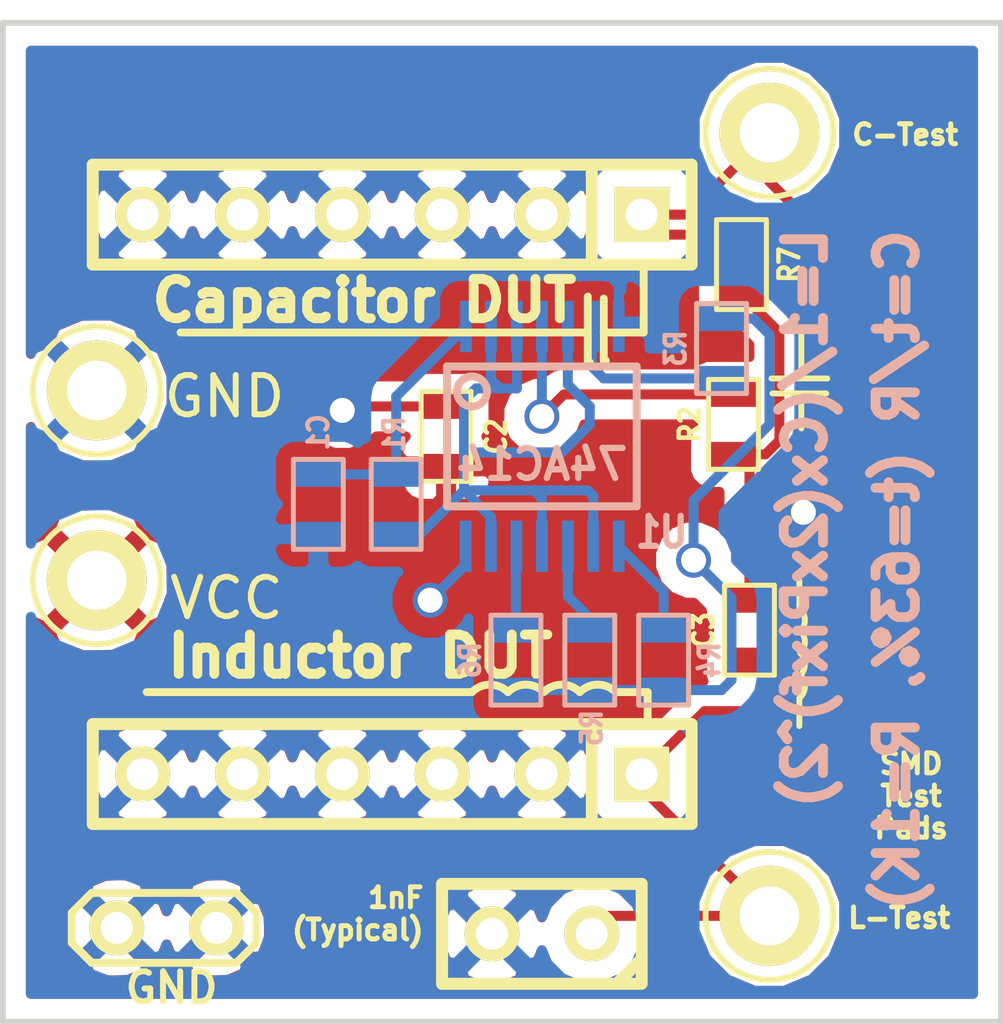
<source format=kicad_pcb>
(kicad_pcb (version 3) (host pcbnew "(2013-07-07 BZR 4022)-stable")

  (general
    (links 45)
    (no_connects 0)
    (area 191.136199 144.247799 222.713648 169.797801)
    (thickness 1.6)
    (drawings 29)
    (tracks 90)
    (zones 0)
    (modules 20)
    (nets 13)
  )

  (page A3)
  (layers
    (15 F.Cu signal)
    (0 B.Cu signal)
    (16 B.Adhes user)
    (17 F.Adhes user)
    (18 B.Paste user)
    (19 F.Paste user)
    (20 B.SilkS user)
    (21 F.SilkS user)
    (22 B.Mask user)
    (23 F.Mask user)
    (24 Dwgs.User user)
    (25 Cmts.User user)
    (26 Eco1.User user)
    (27 Eco2.User user)
    (28 Edge.Cuts user)
  )

  (setup
    (last_trace_width 0.254)
    (trace_clearance 0.254)
    (zone_clearance 0.508)
    (zone_45_only no)
    (trace_min 0.254)
    (segment_width 0.2)
    (edge_width 0.15)
    (via_size 0.889)
    (via_drill 0.635)
    (via_min_size 0.889)
    (via_min_drill 0.508)
    (uvia_size 0.508)
    (uvia_drill 0.127)
    (uvias_allowed no)
    (uvia_min_size 0.508)
    (uvia_min_drill 0.127)
    (pcb_text_width 0.3)
    (pcb_text_size 1 1)
    (mod_edge_width 0.15)
    (mod_text_size 1 1)
    (mod_text_width 0.15)
    (pad_size 0.5 0.5)
    (pad_drill 0.5)
    (pad_to_mask_clearance 0)
    (aux_axis_origin 0 0)
    (visible_elements 7FFFFFBF)
    (pcbplotparams
      (layerselection 284196865)
      (usegerberextensions true)
      (excludeedgelayer true)
      (linewidth 0.150000)
      (plotframeref false)
      (viasonmask false)
      (mode 1)
      (useauxorigin false)
      (hpglpennumber 1)
      (hpglpenspeed 20)
      (hpglpendiameter 15)
      (hpglpenoverlay 2)
      (psnegative false)
      (psa4output false)
      (plotreference true)
      (plotvalue true)
      (plotothertext true)
      (plotinvisibletext false)
      (padsonsilk false)
      (subtractmaskfromsilk false)
      (outputformat 1)
      (mirror false)
      (drillshape 0)
      (scaleselection 1)
      (outputdirectory "L_C Measurement Tool_Gerber/"))
  )

  (net 0 "")
  (net 1 GND)
  (net 2 N-000001)
  (net 3 N-0000010)
  (net 4 N-0000011)
  (net 5 N-0000012)
  (net 6 N-000003)
  (net 7 N-000004)
  (net 8 N-000006)
  (net 9 N-000007)
  (net 10 N-000008)
  (net 11 N-000009)
  (net 12 VCC)

  (net_class Default "This is the default net class."
    (clearance 0.254)
    (trace_width 0.254)
    (via_dia 0.889)
    (via_drill 0.635)
    (uvia_dia 0.508)
    (uvia_drill 0.127)
    (add_net "")
    (add_net GND)
    (add_net N-000001)
    (add_net N-0000010)
    (add_net N-0000011)
    (add_net N-0000012)
    (add_net N-000003)
    (add_net N-000004)
    (add_net N-000006)
    (add_net N-000007)
    (add_net N-000008)
    (add_net N-000009)
    (add_net VCC)
  )

  (module TSSOP14 (layer B.Cu) (tedit 52EB4E14) (tstamp 52E60D55)
    (at 204.9272 154.8384)
    (path /52E5F8BE/52E5FE84)
    (attr smd)
    (fp_text reference U1 (at 3.048 2.4384) (layer B.SilkS)
      (effects (font (size 0.762 0.635) (thickness 0.16002)) (justify mirror))
    )
    (fp_text value 74AC14 (at 0 0.7112) (layer B.SilkS)
      (effects (font (size 0.762 0.762) (thickness 0.16002)) (justify mirror))
    )
    (fp_line (start -2.413 1.778) (end 2.413 1.778) (layer B.SilkS) (width 0.2032))
    (fp_line (start 2.413 1.778) (end 2.413 -1.778) (layer B.SilkS) (width 0.2032))
    (fp_line (start 2.413 -1.778) (end -2.413 -1.778) (layer B.SilkS) (width 0.2032))
    (fp_line (start -2.413 -1.778) (end -2.413 1.778) (layer B.SilkS) (width 0.2032))
    (fp_circle (center -1.778 -1.143) (end -2.159 -1.143) (layer B.SilkS) (width 0.2032))
    (pad 1 smd rect (at -1.9304 -2.794) (size 0.29972 1.30048)
      (layers B.Cu B.Paste B.Mask)
      (net 6 N-000003)
    )
    (pad 2 smd rect (at -1.2954 -2.794) (size 0.29972 1.30048)
      (layers B.Cu B.Paste B.Mask)
      (net 8 N-000006)
    )
    (pad 3 smd rect (at -0.635 -2.794) (size 0.29972 1.30048)
      (layers B.Cu B.Paste B.Mask)
      (net 8 N-000006)
    )
    (pad 4 smd rect (at 0 -2.794) (size 0.29972 1.30048)
      (layers B.Cu B.Paste B.Mask)
      (net 10 N-000008)
    )
    (pad 5 smd rect (at 0.6604 -2.794) (size 0.29972 1.30048)
      (layers B.Cu B.Paste B.Mask)
      (net 8 N-000006)
    )
    (pad 6 smd rect (at 1.3081 -2.794) (size 0.29972 1.30048)
      (layers B.Cu B.Paste B.Mask)
      (net 11 N-000009)
    )
    (pad 7 smd rect (at 1.9558 -2.794) (size 0.29972 1.30048)
      (layers B.Cu B.Paste B.Mask)
      (net 1 GND)
    )
    (pad 8 smd rect (at 1.9558 2.794) (size 0.29972 1.30048)
      (layers B.Cu B.Paste B.Mask)
      (net 9 N-000007)
    )
    (pad 9 smd rect (at 1.3081 2.794) (size 0.29972 1.30048)
      (layers B.Cu B.Paste B.Mask)
      (net 8 N-000006)
    )
    (pad 10 smd rect (at 0.6604 2.794) (size 0.29972 1.30048)
      (layers B.Cu B.Paste B.Mask)
      (net 3 N-0000010)
    )
    (pad 11 smd rect (at 0 2.794) (size 0.29972 1.30048)
      (layers B.Cu B.Paste B.Mask)
      (net 8 N-000006)
    )
    (pad 12 smd rect (at -0.6477 2.794) (size 0.29972 1.30048)
      (layers B.Cu B.Paste B.Mask)
      (net 5 N-0000012)
    )
    (pad 13 smd rect (at -1.2954 2.794) (size 0.29972 1.30048)
      (layers B.Cu B.Paste B.Mask)
      (net 8 N-000006)
    )
    (pad 14 smd rect (at -1.9431 2.794) (size 0.29972 1.30048)
      (layers B.Cu B.Paste B.Mask)
      (net 12 VCC)
    )
    (model smd\smd_dil\tssop-14.wrl
      (at (xyz 0 0 0))
      (scale (xyz 1 1 1))
      (rotate (xyz 0 0 0))
    )
  )

  (module SM0603 (layer B.Cu) (tedit 52EB2F0E) (tstamp 52E60D85)
    (at 199.2376 156.5656 270)
    (path /52E5F8BE/52E5FE3C)
    (attr smd)
    (fp_text reference C1 (at -1.8288 0 270) (layer B.SilkS)
      (effects (font (size 0.508 0.4572) (thickness 0.1143)) (justify mirror))
    )
    (fp_text value 47nF (at 0 0 270) (layer B.SilkS) hide
      (effects (font (size 0.508 0.4572) (thickness 0.1143)) (justify mirror))
    )
    (fp_line (start -1.143 0.635) (end 1.143 0.635) (layer B.SilkS) (width 0.127))
    (fp_line (start 1.143 0.635) (end 1.143 -0.635) (layer B.SilkS) (width 0.127))
    (fp_line (start 1.143 -0.635) (end -1.143 -0.635) (layer B.SilkS) (width 0.127))
    (fp_line (start -1.143 -0.635) (end -1.143 0.635) (layer B.SilkS) (width 0.127))
    (pad 1 smd rect (at -0.762 0 270) (size 0.635 1.143)
      (layers B.Cu B.Paste B.Mask)
      (net 6 N-000003)
    )
    (pad 2 smd rect (at 0.762 0 270) (size 0.635 1.143)
      (layers B.Cu B.Paste B.Mask)
      (net 1 GND)
    )
    (model smd\resistors\R0603.wrl
      (at (xyz 0 0 0.001))
      (scale (xyz 0.5 0.5 0.5))
      (rotate (xyz 0 0 0))
    )
  )

  (module SM0603 (layer F.Cu) (tedit 52EB2EB4) (tstamp 52E60DA3)
    (at 210.2104 159.766 270)
    (path /52E5F8BE/52E5FF64)
    (attr smd)
    (fp_text reference C3 (at 0 1.1684 270) (layer F.SilkS)
      (effects (font (size 0.508 0.4572) (thickness 0.1143)))
    )
    (fp_text value 10pF (at 0 0 270) (layer F.SilkS) hide
      (effects (font (size 0.508 0.4572) (thickness 0.1143)))
    )
    (fp_line (start -1.143 -0.635) (end 1.143 -0.635) (layer F.SilkS) (width 0.127))
    (fp_line (start 1.143 -0.635) (end 1.143 0.635) (layer F.SilkS) (width 0.127))
    (fp_line (start 1.143 0.635) (end -1.143 0.635) (layer F.SilkS) (width 0.127))
    (fp_line (start -1.143 0.635) (end -1.143 -0.635) (layer F.SilkS) (width 0.127))
    (pad 1 smd rect (at -0.762 0 270) (size 0.635 1.143)
      (layers F.Cu F.Paste F.Mask)
      (net 4 N-0000011)
    )
    (pad 2 smd rect (at 0.762 0 270) (size 0.635 1.143)
      (layers F.Cu F.Paste F.Mask)
      (net 2 N-000001)
    )
    (model smd\resistors\R0603.wrl
      (at (xyz 0 0 0.001))
      (scale (xyz 0.5 0.5 0.5))
      (rotate (xyz 0 0 0))
    )
  )

  (module SM0603 (layer F.Cu) (tedit 52EB2EB0) (tstamp 52E60DAD)
    (at 210.0072 150.4696 90)
    (path /52E5F8BE/52E5FECC)
    (attr smd)
    (fp_text reference R7 (at 0 1.2192 90) (layer F.SilkS)
      (effects (font (size 0.508 0.4572) (thickness 0.1143)))
    )
    (fp_text value 1K (at 0 0 90) (layer F.SilkS) hide
      (effects (font (size 0.508 0.4572) (thickness 0.1143)))
    )
    (fp_line (start -1.143 -0.635) (end 1.143 -0.635) (layer F.SilkS) (width 0.127))
    (fp_line (start 1.143 -0.635) (end 1.143 0.635) (layer F.SilkS) (width 0.127))
    (fp_line (start 1.143 0.635) (end -1.143 0.635) (layer F.SilkS) (width 0.127))
    (fp_line (start -1.143 0.635) (end -1.143 -0.635) (layer F.SilkS) (width 0.127))
    (pad 1 smd rect (at -0.762 0 90) (size 0.635 1.143)
      (layers F.Cu F.Paste F.Mask)
      (net 4 N-0000011)
    )
    (pad 2 smd rect (at 0.762 0 90) (size 0.635 1.143)
      (layers F.Cu F.Paste F.Mask)
      (net 7 N-000004)
    )
    (model smd\resistors\R0603.wrl
      (at (xyz 0 0 0.001))
      (scale (xyz 0.5 0.5 0.5))
      (rotate (xyz 0 0 0))
    )
  )

  (module SM0603 (layer B.Cu) (tedit 52EB2F0B) (tstamp 52E60DB7)
    (at 201.2188 156.5656 270)
    (path /52E5F8BE/52E5FED5)
    (attr smd)
    (fp_text reference R1 (at -1.778 0.0508 270) (layer B.SilkS)
      (effects (font (size 0.508 0.4572) (thickness 0.1143)) (justify mirror))
    )
    (fp_text value 6.8K (at 0 0 270) (layer B.SilkS) hide
      (effects (font (size 0.508 0.4572) (thickness 0.1143)) (justify mirror))
    )
    (fp_line (start -1.143 0.635) (end 1.143 0.635) (layer B.SilkS) (width 0.127))
    (fp_line (start 1.143 0.635) (end 1.143 -0.635) (layer B.SilkS) (width 0.127))
    (fp_line (start 1.143 -0.635) (end -1.143 -0.635) (layer B.SilkS) (width 0.127))
    (fp_line (start -1.143 -0.635) (end -1.143 0.635) (layer B.SilkS) (width 0.127))
    (pad 1 smd rect (at -0.762 0 270) (size 0.635 1.143)
      (layers B.Cu B.Paste B.Mask)
      (net 6 N-000003)
    )
    (pad 2 smd rect (at 0.762 0 270) (size 0.635 1.143)
      (layers B.Cu B.Paste B.Mask)
      (net 8 N-000006)
    )
    (model smd\resistors\R0603.wrl
      (at (xyz 0 0 0.001))
      (scale (xyz 0.5 0.5 0.5))
      (rotate (xyz 0 0 0))
    )
  )

  (module SM0603 (layer B.Cu) (tedit 52EB2EED) (tstamp 52E60DC1)
    (at 204.2668 160.528 270)
    (path /52E5F8BE/52E5FE6C)
    (attr smd)
    (fp_text reference R6 (at 0 1.1684 270) (layer B.SilkS)
      (effects (font (size 0.508 0.4572) (thickness 0.1143)) (justify mirror))
    )
    (fp_text value 220 (at 0 0 270) (layer B.SilkS) hide
      (effects (font (size 0.508 0.4572) (thickness 0.1143)) (justify mirror))
    )
    (fp_line (start -1.143 0.635) (end 1.143 0.635) (layer B.SilkS) (width 0.127))
    (fp_line (start 1.143 0.635) (end 1.143 -0.635) (layer B.SilkS) (width 0.127))
    (fp_line (start 1.143 -0.635) (end -1.143 -0.635) (layer B.SilkS) (width 0.127))
    (fp_line (start -1.143 -0.635) (end -1.143 0.635) (layer B.SilkS) (width 0.127))
    (pad 1 smd rect (at -0.762 0 270) (size 0.635 1.143)
      (layers B.Cu B.Paste B.Mask)
      (net 5 N-0000012)
    )
    (pad 2 smd rect (at 0.762 0 270) (size 0.635 1.143)
      (layers B.Cu B.Paste B.Mask)
      (net 4 N-0000011)
    )
    (model smd\resistors\R0603.wrl
      (at (xyz 0 0 0.001))
      (scale (xyz 0.5 0.5 0.5))
      (rotate (xyz 0 0 0))
    )
  )

  (module SM0603 (layer B.Cu) (tedit 52EB2EF4) (tstamp 52E60DCB)
    (at 206.1464 160.528 270)
    (path /52E5F8BE/52E5FE66)
    (attr smd)
    (fp_text reference R5 (at 1.7272 -0.0508 270) (layer B.SilkS)
      (effects (font (size 0.508 0.4572) (thickness 0.1143)) (justify mirror))
    )
    (fp_text value 220 (at 0 0 270) (layer B.SilkS) hide
      (effects (font (size 0.508 0.4572) (thickness 0.1143)) (justify mirror))
    )
    (fp_line (start -1.143 0.635) (end 1.143 0.635) (layer B.SilkS) (width 0.127))
    (fp_line (start 1.143 0.635) (end 1.143 -0.635) (layer B.SilkS) (width 0.127))
    (fp_line (start 1.143 -0.635) (end -1.143 -0.635) (layer B.SilkS) (width 0.127))
    (fp_line (start -1.143 -0.635) (end -1.143 0.635) (layer B.SilkS) (width 0.127))
    (pad 1 smd rect (at -0.762 0 270) (size 0.635 1.143)
      (layers B.Cu B.Paste B.Mask)
      (net 3 N-0000010)
    )
    (pad 2 smd rect (at 0.762 0 270) (size 0.635 1.143)
      (layers B.Cu B.Paste B.Mask)
      (net 4 N-0000011)
    )
    (model smd\resistors\R0603.wrl
      (at (xyz 0 0 0.001))
      (scale (xyz 0.5 0.5 0.5))
      (rotate (xyz 0 0 0))
    )
  )

  (module SM0603 (layer B.Cu) (tedit 52EB2EE9) (tstamp 52E9E7DC)
    (at 208.026 160.528 270)
    (path /52E5F8BE/52E5FE60)
    (attr smd)
    (fp_text reference R4 (at 0 -1.1684 270) (layer B.SilkS)
      (effects (font (size 0.508 0.4572) (thickness 0.1143)) (justify mirror))
    )
    (fp_text value 220 (at 0 0 270) (layer B.SilkS) hide
      (effects (font (size 0.508 0.4572) (thickness 0.1143)) (justify mirror))
    )
    (fp_line (start -1.143 0.635) (end 1.143 0.635) (layer B.SilkS) (width 0.127))
    (fp_line (start 1.143 0.635) (end 1.143 -0.635) (layer B.SilkS) (width 0.127))
    (fp_line (start 1.143 -0.635) (end -1.143 -0.635) (layer B.SilkS) (width 0.127))
    (fp_line (start -1.143 -0.635) (end -1.143 0.635) (layer B.SilkS) (width 0.127))
    (pad 1 smd rect (at -0.762 0 270) (size 0.635 1.143)
      (layers B.Cu B.Paste B.Mask)
      (net 9 N-000007)
    )
    (pad 2 smd rect (at 0.762 0 270) (size 0.635 1.143)
      (layers B.Cu B.Paste B.Mask)
      (net 4 N-0000011)
    )
    (model smd\resistors\R0603.wrl
      (at (xyz 0 0 0.001))
      (scale (xyz 0.5 0.5 0.5))
      (rotate (xyz 0 0 0))
    )
  )

  (module SM0603 (layer B.Cu) (tedit 52EB2F03) (tstamp 52E60DDF)
    (at 209.4992 152.6032 90)
    (path /52E5F8BE/52E5FE5A)
    (attr smd)
    (fp_text reference R3 (at 0 -1.1684 90) (layer B.SilkS)
      (effects (font (size 0.508 0.4572) (thickness 0.1143)) (justify mirror))
    )
    (fp_text value 220 (at 0 0 90) (layer B.SilkS) hide
      (effects (font (size 0.508 0.4572) (thickness 0.1143)) (justify mirror))
    )
    (fp_line (start -1.143 0.635) (end 1.143 0.635) (layer B.SilkS) (width 0.127))
    (fp_line (start 1.143 0.635) (end 1.143 -0.635) (layer B.SilkS) (width 0.127))
    (fp_line (start 1.143 -0.635) (end -1.143 -0.635) (layer B.SilkS) (width 0.127))
    (fp_line (start -1.143 -0.635) (end -1.143 0.635) (layer B.SilkS) (width 0.127))
    (pad 1 smd rect (at -0.762 0 90) (size 0.635 1.143)
      (layers B.Cu B.Paste B.Mask)
      (net 11 N-000009)
    )
    (pad 2 smd rect (at 0.762 0 90) (size 0.635 1.143)
      (layers B.Cu B.Paste B.Mask)
      (net 4 N-0000011)
    )
    (model smd\resistors\R0603.wrl
      (at (xyz 0 0 0.001))
      (scale (xyz 0.5 0.5 0.5))
      (rotate (xyz 0 0 0))
    )
  )

  (module SM0603 (layer F.Cu) (tedit 52EB2EAC) (tstamp 52E60DE9)
    (at 209.804 154.5336 270)
    (path /52E5F8BE/52E5FE54)
    (attr smd)
    (fp_text reference R2 (at 0 1.1176 270) (layer F.SilkS)
      (effects (font (size 0.508 0.4572) (thickness 0.1143)))
    )
    (fp_text value 220 (at 0 0 270) (layer F.SilkS) hide
      (effects (font (size 0.508 0.4572) (thickness 0.1143)))
    )
    (fp_line (start -1.143 -0.635) (end 1.143 -0.635) (layer F.SilkS) (width 0.127))
    (fp_line (start 1.143 -0.635) (end 1.143 0.635) (layer F.SilkS) (width 0.127))
    (fp_line (start 1.143 0.635) (end -1.143 0.635) (layer F.SilkS) (width 0.127))
    (fp_line (start -1.143 0.635) (end -1.143 -0.635) (layer F.SilkS) (width 0.127))
    (pad 1 smd rect (at -0.762 0 270) (size 0.635 1.143)
      (layers F.Cu F.Paste F.Mask)
      (net 10 N-000008)
    )
    (pad 2 smd rect (at 0.762 0 270) (size 0.635 1.143)
      (layers F.Cu F.Paste F.Mask)
      (net 4 N-0000011)
    )
    (model smd\resistors\R0603.wrl
      (at (xyz 0 0 0.001))
      (scale (xyz 0.5 0.5 0.5))
      (rotate (xyz 0 0 0))
    )
  )

  (module SM0603 (layer F.Cu) (tedit 52EB2EA7) (tstamp 52E60DF3)
    (at 202.4888 154.8384 90)
    (path /52E5F8BE/52E5FE48)
    (attr smd)
    (fp_text reference C2 (at 0 1.27 90) (layer F.SilkS)
      (effects (font (size 0.508 0.4572) (thickness 0.1143)))
    )
    (fp_text value 100nF (at 0 0 90) (layer F.SilkS) hide
      (effects (font (size 0.508 0.4572) (thickness 0.1143)))
    )
    (fp_line (start -1.143 -0.635) (end 1.143 -0.635) (layer F.SilkS) (width 0.127))
    (fp_line (start 1.143 -0.635) (end 1.143 0.635) (layer F.SilkS) (width 0.127))
    (fp_line (start 1.143 0.635) (end -1.143 0.635) (layer F.SilkS) (width 0.127))
    (fp_line (start -1.143 0.635) (end -1.143 -0.635) (layer F.SilkS) (width 0.127))
    (pad 1 smd rect (at -0.762 0 90) (size 0.635 1.143)
      (layers F.Cu F.Paste F.Mask)
      (net 12 VCC)
    )
    (pad 2 smd rect (at 0.762 0 90) (size 0.635 1.143)
      (layers F.Cu F.Paste F.Mask)
      (net 1 GND)
    )
    (model smd\resistors\R0603.wrl
      (at (xyz 0 0 0.001))
      (scale (xyz 0.5 0.5 0.5))
      (rotate (xyz 0 0 0))
    )
  )

  (module C1 (layer F.Cu) (tedit 52E9F8B4) (tstamp 52E60DFE)
    (at 204.9272 167.4876 180)
    (descr "Condensateur e = 1 pas")
    (tags C)
    (path /52E5F8BE/52E5FFA8)
    (fp_text reference C4 (at 0 -0.0508 180) (layer F.SilkS) hide
      (effects (font (size 1.016 1.016) (thickness 0.2032)))
    )
    (fp_text value 1nF (at -0.254 0 180) (layer F.SilkS) hide
      (effects (font (size 1.016 1.016) (thickness 0.2032)))
    )
    (fp_line (start -2.4892 -1.27) (end 2.54 -1.27) (layer F.SilkS) (width 0.3048))
    (fp_line (start 2.54 -1.27) (end 2.54 1.27) (layer F.SilkS) (width 0.3048))
    (fp_line (start 2.54 1.27) (end -2.54 1.27) (layer F.SilkS) (width 0.3048))
    (fp_line (start -2.54 1.27) (end -2.54 -1.27) (layer F.SilkS) (width 0.3048))
    (fp_line (start -2.54 -0.635) (end -1.905 -1.27) (layer F.SilkS) (width 0.3048))
    (pad 1 thru_hole circle (at -1.27 0 180) (size 1.397 1.397) (drill 0.8128)
      (layers *.Cu *.Mask F.SilkS)
      (net 2 N-000001)
    )
    (pad 2 thru_hole circle (at 1.27 0 180) (size 1.397 1.397) (drill 0.8128)
      (layers *.Cu *.Mask F.SilkS)
      (net 1 GND)
    )
    (model discret/capa_1_pas.wrl
      (at (xyz 0 0 0))
      (scale (xyz 1 1 1))
      (rotate (xyz 0 0 0))
    )
  )

  (module TESTPOINT_1PIN (layer F.Cu) (tedit 52E9FA86) (tstamp 52E9D020)
    (at 210.7184 147.1168)
    (path /52E5F8BE/52E9C32C)
    (fp_text reference P5 (at -3.048 -0.8128) (layer F.SilkS) hide
      (effects (font (size 1 1) (thickness 0.15)))
    )
    (fp_text value C-Test (at 3.4544 0.0508) (layer F.SilkS)
      (effects (font (size 0.508 0.508) (thickness 0.127)))
    )
    (fp_circle (center 0 0) (end 1.6256 0) (layer F.SilkS) (width 0.15))
    (pad 1 thru_hole circle (at 0 0) (size 2.54 2.54) (drill 1.5113)
      (layers *.Cu *.Mask F.SilkS)
      (net 7 N-000004)
      (solder_mask_margin 0.254)
    )
  )

  (module TESTPOINT_1PIN (layer F.Cu) (tedit 52E9FAAF) (tstamp 52E9D026)
    (at 210.7184 167.0304)
    (path /52E5F8BE/52E9C332)
    (fp_text reference P6 (at -0.6096 -2.286) (layer F.SilkS) hide
      (effects (font (size 1 1) (thickness 0.15)))
    )
    (fp_text value L-Test (at 3.302 0.0508) (layer F.SilkS)
      (effects (font (size 0.508 0.508) (thickness 0.127)))
    )
    (fp_circle (center 0 0) (end 1.6256 0) (layer F.SilkS) (width 0.15))
    (pad 1 thru_hole circle (at 0 0) (size 2.54 2.54) (drill 1.5113)
      (layers *.Cu *.Mask F.SilkS)
      (net 2 N-000001)
      (solder_mask_margin 0.254)
    )
  )

  (module LC_SMD_Test_Pad (layer F.Cu) (tedit 52E9FA97) (tstamp 52E9D037)
    (at 214.1728 156.8196)
    (descr "LC SMD Test Pad")
    (path /52E5F8BE/52E899AC)
    (attr virtual)
    (fp_text reference P7 (at -4.0894 0.0508 90) (layer F.SilkS) hide
      (effects (font (size 1.016 0.762) (thickness 0.127)))
    )
    (fp_text value LC_SMD_TEST_PAD (at -2.286 -0.0254 90) (layer F.SilkS) hide
      (effects (font (size 0.762 0.762) (thickness 0.127)))
    )
    (fp_line (start -2.6924 2.3622) (end -2.6924 1.7018) (layer F.SilkS) (width 0.15))
    (fp_line (start -2.6924 4.6736) (end -2.6924 5.3848) (layer F.SilkS) (width 0.15))
    (fp_arc (start -2.9464 4.3688) (end -2.667 4.0894) (angle 90) (layer F.SilkS) (width 0.15))
    (fp_arc (start -2.9464 3.81) (end -2.667 3.5306) (angle 90) (layer F.SilkS) (width 0.15))
    (fp_arc (start -2.9464 2.6924) (end -2.667 2.413) (angle 90) (layer F.SilkS) (width 0.15))
    (fp_arc (start -2.9464 3.2512) (end -2.667 2.9718) (angle 90) (layer F.SilkS) (width 0.15))
    (fp_line (start -2.6416 -3.0734) (end -2.6416 -2.1844) (layer F.SilkS) (width 0.15))
    (fp_line (start -3.3782 -3.0734) (end -2.0066 -3.0734) (layer F.SilkS) (width 0.15))
    (fp_line (start -3.4036 -3.4544) (end -1.9812 -3.4544) (layer F.SilkS) (width 0.15))
    (fp_line (start -2.6416 -4.5974) (end -2.6416 -3.4544) (layer F.SilkS) (width 0.15))
    (pad 1 smd rect (at 0 -5.0038) (size 3.048 3.048)
      (layers F.Cu F.Paste F.Mask)
      (net 7 N-000004)
    )
    (pad 2 smd rect (at 0 0) (size 3.048 6.35)
      (layers F.Cu F.Paste F.Mask)
      (net 1 GND)
    )
    (pad 3 smd rect (at 0 5.0038) (size 3.048 3.048)
      (layers F.Cu F.Paste F.Mask)
      (net 2 N-000001)
    )
  )

  (module TESTPOINT_1PIN (layer F.Cu) (tedit 52EB2EBD) (tstamp 52E60D63)
    (at 193.5988 153.67)
    (path /52E5F8BE/52E5FEE1)
    (fp_text reference P2 (at 0 -3.5814) (layer F.SilkS) hide
      (effects (font (size 1 1) (thickness 0.15)))
    )
    (fp_text value GND (at 3.2512 0.1524) (layer F.SilkS)
      (effects (font (size 1 1) (thickness 0.15)))
    )
    (fp_circle (center 0 0) (end 1.6256 0) (layer F.SilkS) (width 0.15))
    (pad 1 thru_hole circle (at 0 0) (size 2.54 2.54) (drill 1.5113)
      (layers *.Cu *.Mask F.SilkS)
      (net 1 GND)
      (solder_mask_margin 0.254)
    )
  )

  (module TESTPOINT_1PIN (layer F.Cu) (tedit 52EB2EC3) (tstamp 52E60D71)
    (at 193.5988 158.496)
    (path /52E5F8BE/52E5FEDB)
    (fp_text reference P1 (at 0 -3.5814) (layer F.SilkS) hide
      (effects (font (size 1 1) (thickness 0.15)))
    )
    (fp_text value VCC (at 3.302 0.4572) (layer F.SilkS)
      (effects (font (size 1 1) (thickness 0.15)))
    )
    (fp_circle (center 0 0) (end 1.6256 0) (layer F.SilkS) (width 0.15))
    (pad 1 thru_hole circle (at 0 0) (size 2.54 2.54) (drill 1.5113)
      (layers *.Cu *.Mask F.SilkS)
      (net 12 VCC)
      (solder_mask_margin 0.254)
    )
  )

  (module SIL-6 (layer F.Cu) (tedit 52E9F847) (tstamp 52E9D4BB)
    (at 201.1172 163.4236 180)
    (descr "Connecteur 6 pins")
    (tags "CONN DEV")
    (path /52E5F8BE/52E9BED0)
    (fp_text reference P4 (at 2.4892 -0.4064 180) (layer F.SilkS) hide
      (effects (font (size 1.72974 1.08712) (thickness 0.27178)))
    )
    (fp_text value SIL6 (at 0.1524 -0.254 180) (layer F.SilkS) hide
      (effects (font (size 1.524 1.016) (thickness 0.3048)))
    )
    (fp_line (start -7.62 1.27) (end -7.62 -1.27) (layer F.SilkS) (width 0.3048))
    (fp_line (start -7.62 -1.27) (end 7.62 -1.27) (layer F.SilkS) (width 0.3048))
    (fp_line (start 7.62 -1.27) (end 7.62 1.27) (layer F.SilkS) (width 0.3048))
    (fp_line (start 7.62 1.27) (end -7.62 1.27) (layer F.SilkS) (width 0.3048))
    (fp_line (start -5.08 1.27) (end -5.08 -1.27) (layer F.SilkS) (width 0.3048))
    (pad 1 thru_hole rect (at -6.35 0 180) (size 1.397 1.397) (drill 0.8128)
      (layers *.Cu *.Mask F.SilkS)
      (net 2 N-000001)
    )
    (pad 2 thru_hole circle (at -3.81 0 180) (size 1.397 1.397) (drill 0.8128)
      (layers *.Cu *.Mask F.SilkS)
      (net 1 GND)
    )
    (pad 3 thru_hole circle (at -1.27 0 180) (size 1.397 1.397) (drill 0.8128)
      (layers *.Cu *.Mask F.SilkS)
      (net 1 GND)
    )
    (pad 4 thru_hole circle (at 1.27 0 180) (size 1.397 1.397) (drill 0.8128)
      (layers *.Cu *.Mask F.SilkS)
      (net 1 GND)
    )
    (pad 5 thru_hole circle (at 3.81 0 180) (size 1.397 1.397) (drill 0.8128)
      (layers *.Cu *.Mask F.SilkS)
      (net 1 GND)
    )
    (pad 6 thru_hole circle (at 6.35 0 180) (size 1.397 1.397) (drill 0.8128)
      (layers *.Cu *.Mask F.SilkS)
      (net 1 GND)
    )
  )

  (module SIL-6 (layer F.Cu) (tedit 52E9FA10) (tstamp 52E9EF2A)
    (at 201.1172 149.1996 180)
    (descr "Connecteur 6 pins")
    (tags "CONN DEV")
    (path /52E5F8BE/52E9C108)
    (fp_text reference P3 (at 0.1524 -0.1524 180) (layer F.SilkS) hide
      (effects (font (size 1.72974 1.08712) (thickness 0.27178)))
    )
    (fp_text value SIL6 (at 2.8956 -0.1016 180) (layer F.SilkS) hide
      (effects (font (size 1.524 1.016) (thickness 0.3048)))
    )
    (fp_line (start -7.62 1.27) (end -7.62 -1.27) (layer F.SilkS) (width 0.3048))
    (fp_line (start -7.62 -1.27) (end 7.62 -1.27) (layer F.SilkS) (width 0.3048))
    (fp_line (start 7.62 -1.27) (end 7.62 1.27) (layer F.SilkS) (width 0.3048))
    (fp_line (start 7.62 1.27) (end -7.62 1.27) (layer F.SilkS) (width 0.3048))
    (fp_line (start -5.08 1.27) (end -5.08 -1.27) (layer F.SilkS) (width 0.3048))
    (pad 1 thru_hole rect (at -6.35 0 180) (size 1.397 1.397) (drill 0.8128)
      (layers *.Cu *.Mask F.SilkS)
      (net 7 N-000004)
    )
    (pad 2 thru_hole circle (at -3.81 0 180) (size 1.397 1.397) (drill 0.8128)
      (layers *.Cu *.Mask F.SilkS)
      (net 1 GND)
    )
    (pad 3 thru_hole circle (at -1.27 0 180) (size 1.397 1.397) (drill 0.8128)
      (layers *.Cu *.Mask F.SilkS)
      (net 1 GND)
    )
    (pad 4 thru_hole circle (at 1.27 0 180) (size 1.397 1.397) (drill 0.8128)
      (layers *.Cu *.Mask F.SilkS)
      (net 1 GND)
    )
    (pad 5 thru_hole circle (at 3.81 0 180) (size 1.397 1.397) (drill 0.8128)
      (layers *.Cu *.Mask F.SilkS)
      (net 1 GND)
    )
    (pad 6 thru_hole circle (at 6.35 0 180) (size 1.397 1.397) (drill 0.8128)
      (layers *.Cu *.Mask F.SilkS)
      (net 1 GND)
    )
  )

  (module TESTPOINT (layer F.Cu) (tedit 52E9F7BB) (tstamp 52EE07E8)
    (at 195.3768 167.3352)
    (descr "Connecteurs 2 pins")
    (tags "CONN DEV")
    (path /52E5F8BE/52E9F745)
    (fp_text reference P8 (at 0 -1.524) (layer F.SilkS) hide
      (effects (font (size 0.762 0.762) (thickness 0.1524)))
    )
    (fp_text value GND (at 0.127 1.524) (layer F.SilkS)
      (effects (font (size 0.762 0.762) (thickness 0.1524)))
    )
    (fp_line (start -1.905 -0.889) (end 1.778 -0.889) (layer F.SilkS) (width 0.2032))
    (fp_line (start 1.778 -0.889) (end 2.286 -0.381) (layer F.SilkS) (width 0.2032))
    (fp_line (start 2.286 -0.381) (end 2.286 0.381) (layer F.SilkS) (width 0.2032))
    (fp_line (start 2.286 0.381) (end 1.778 0.889) (layer F.SilkS) (width 0.2032))
    (fp_line (start 1.778 0.889) (end -1.905 0.889) (layer F.SilkS) (width 0.2032))
    (fp_line (start -1.905 0.889) (end -2.413 0.381) (layer F.SilkS) (width 0.2032))
    (fp_line (start -2.413 0.381) (end -2.413 -0.381) (layer F.SilkS) (width 0.2032))
    (fp_line (start -2.413 -0.381) (end -1.905 -0.889) (layer F.SilkS) (width 0.2032))
    (pad 1 thru_hole circle (at -1.27 0) (size 1.397 1.397) (drill 0.8128)
      (layers *.Cu *.Mask F.SilkS)
      (net 1 GND)
    )
    (pad 1 thru_hole circle (at 1.27 0) (size 1.397 1.397) (drill 0.8128)
      (layers *.Cu *.Mask F.SilkS)
      (net 1 GND)
    )
    (model connectors/testpoint.wrl
      (at (xyz 0 0 0))
      (scale (xyz 1 1 1))
      (rotate (xyz 0 0 0))
    )
  )

  (gr_line (start 191.2112 144.3228) (end 216.6112 144.3228) (angle 90) (layer Edge.Cuts) (width 0.15))
  (gr_line (start 191.2112 169.7228) (end 191.2112 144.3228) (angle 90) (layer Edge.Cuts) (width 0.15))
  (gr_line (start 216.6112 169.7228) (end 191.2112 169.7228) (angle 90) (layer Edge.Cuts) (width 0.15))
  (gr_text "L=1/(Cx(2xPixf)^2)" (at 211.6328 156.9212 90) (layer B.SilkS)
    (effects (font (size 1 1) (thickness 0.25)) (justify mirror))
  )
  (gr_text "C=t/R (t=63%, R=1K)" (at 213.9696 158.242 90) (layer B.SilkS)
    (effects (font (size 1 1) (thickness 0.25)) (justify mirror))
  )
  (gr_text "SMD\nTest\nPads" (at 214.3252 163.9824) (layer F.SilkS)
    (effects (font (size 0.508 0.508) (thickness 0.127)))
  )
  (gr_text "Capacitor DUT" (at 200.406 151.384) (layer F.SilkS)
    (effects (font (size 1 1) (thickness 0.25)))
  )
  (gr_line (start 206.0956 152.1968) (end 195.7324 152.1968) (angle 90) (layer F.SilkS) (width 0.2))
  (gr_line (start 206.0956 152.9588) (end 206.1464 152.9588) (angle 90) (layer F.SilkS) (width 0.2))
  (gr_line (start 206.0956 151.2824) (end 206.0956 152.9588) (angle 90) (layer F.SilkS) (width 0.2))
  (gr_line (start 206.502 152.908) (end 206.5528 152.908) (angle 90) (layer F.SilkS) (width 0.2))
  (gr_line (start 206.502 151.3332) (end 206.502 152.908) (angle 90) (layer F.SilkS) (width 0.2))
  (gr_line (start 206.502 152.1968) (end 206.502 152.146) (angle 90) (layer F.SilkS) (width 0.2))
  (gr_line (start 207.518 152.1968) (end 206.502 152.1968) (angle 90) (layer F.SilkS) (width 0.2))
  (gr_line (start 207.518 150.5204) (end 207.518 152.1968) (angle 90) (layer F.SilkS) (width 0.2))
  (gr_text "Inductor DUT" (at 200.3044 160.4264) (layer F.SilkS)
    (effects (font (size 1 1) (thickness 0.25)))
  )
  (gr_line (start 201.4728 161.3408) (end 194.8688 161.3408) (angle 90) (layer F.SilkS) (width 0.2))
  (gr_line (start 207.6196 162.2044) (end 207.5688 162.2044) (angle 90) (layer F.SilkS) (width 0.2))
  (gr_line (start 207.6196 161.3408) (end 207.6196 162.2044) (angle 90) (layer F.SilkS) (width 0.2))
  (gr_line (start 203.1492 161.3408) (end 201.4728 161.3408) (angle 90) (layer F.SilkS) (width 0.2))
  (gr_line (start 206.8068 161.3408) (end 207.6196 161.3408) (angle 90) (layer F.SilkS) (width 0.2))
  (gr_arc (start 205.4352 161.798) (end 204.978 161.3408) (angle 90) (layer F.SilkS) (width 0.2) (tstamp 52EE0912))
  (gr_arc (start 206.3496 161.798) (end 205.8924 161.3408) (angle 90) (layer F.SilkS) (width 0.2) (tstamp 52EE0911))
  (gr_arc (start 204.5208 161.798) (end 204.0636 161.3408) (angle 90) (layer F.SilkS) (width 0.2) (tstamp 52EE0910))
  (gr_arc (start 203.6064 161.798) (end 203.1492 161.3408) (angle 90) (layer F.SilkS) (width 0.2))
  (gr_text "1nF\n(Typical)" (at 201.9808 166.9796) (layer F.SilkS)
    (effects (font (size 0.508 0.508) (thickness 0.127)) (justify right))
  )
  (gr_line (start 193.5988 158.496) (end 193.548 158.496) (angle 90) (layer F.SilkS) (width 0.2))
  (gr_text "L-C Measurement\nTool" (at 199.898 145.5928) (layer F.Mask)
    (effects (font (size 1.016 1.016) (thickness 0.25)))
  )
  (gr_line (start 216.6112 169.7228) (end 216.6112 144.3228) (angle 90) (layer Edge.Cuts) (width 0.15))

  (segment (start 206.883 152.0444) (end 206.883 150.9014) (width 0.254) (layer B.Cu) (net 1))
  (segment (start 206.883 150.9014) (end 206.9084 150.876) (width 0.254) (layer B.Cu) (net 1) (tstamp 52E9F071))
  (segment (start 214.1728 156.8196) (end 211.6328 156.8196) (width 0.254) (layer F.Cu) (net 1))
  (via (at 211.582 156.7688) (size 0.889) (layers F.Cu B.Cu) (net 1))
  (segment (start 211.6328 156.8196) (end 211.582 156.7688) (width 0.254) (layer F.Cu) (net 1) (tstamp 52E9EE8D))
  (segment (start 202.4888 154.0764) (end 199.9488 154.0764) (width 0.254) (layer F.Cu) (net 1))
  (via (at 199.8472 154.178) (size 0.889) (layers F.Cu B.Cu) (net 1))
  (segment (start 199.9488 154.0764) (end 199.8472 154.178) (width 0.254) (layer F.Cu) (net 1) (tstamp 52E9E3E1))
  (segment (start 210.2104 160.528) (end 212.8774 160.528) (width 0.254) (layer F.Cu) (net 2))
  (segment (start 212.8774 160.528) (end 214.1728 161.8234) (width 0.254) (layer F.Cu) (net 2) (tstamp 52E9EDDC))
  (segment (start 210.7184 167.0304) (end 206.6544 167.0304) (width 0.254) (layer F.Cu) (net 2))
  (segment (start 206.6544 167.0304) (end 206.1972 167.4876) (width 0.254) (layer F.Cu) (net 2) (tstamp 52E9E375))
  (segment (start 207.4672 163.4236) (end 207.4672 163.7792) (width 0.254) (layer F.Cu) (net 2))
  (segment (start 207.4672 163.7792) (end 210.7184 167.0304) (width 0.254) (layer F.Cu) (net 2) (tstamp 52E9E371))
  (segment (start 212.2678 161.8234) (end 209.0674 161.8234) (width 0.254) (layer F.Cu) (net 2))
  (segment (start 209.0674 161.8234) (end 207.4672 163.4236) (width 0.254) (layer F.Cu) (net 2) (tstamp 52E9DE54))
  (segment (start 212.2678 161.8234) (end 214.1728 161.8234) (width 0.254) (layer F.Cu) (net 2) (tstamp 52E9DE4C))
  (segment (start 206.1464 159.766) (end 206.1464 159.4612) (width 0.254) (layer B.Cu) (net 3))
  (segment (start 205.5876 158.9024) (end 205.5876 157.6324) (width 0.254) (layer B.Cu) (net 3) (tstamp 52E9EA7E))
  (segment (start 206.1464 159.4612) (end 205.5876 158.9024) (width 0.254) (layer B.Cu) (net 3) (tstamp 52E9EA7D))
  (segment (start 209.4992 151.8412) (end 210.312 151.8412) (width 0.254) (layer B.Cu) (net 4))
  (segment (start 208.788 156.464) (end 208.788 157.988) (width 0.254) (layer B.Cu) (net 4) (tstamp 52E9EE50))
  (segment (start 210.7184 154.5336) (end 208.788 156.464) (width 0.254) (layer B.Cu) (net 4) (tstamp 52E9EE4B))
  (segment (start 210.7184 152.2476) (end 210.7184 154.5336) (width 0.254) (layer B.Cu) (net 4) (tstamp 52E9EE3F))
  (segment (start 210.312 151.8412) (end 210.7184 152.2476) (width 0.254) (layer B.Cu) (net 4) (tstamp 52E9EE3C))
  (segment (start 209.804 155.2956) (end 210.6168 155.2956) (width 0.254) (layer F.Cu) (net 4))
  (segment (start 210.9724 152.1968) (end 210.0072 151.2316) (width 0.254) (layer F.Cu) (net 4) (tstamp 52E9EDC1))
  (segment (start 210.9724 154.94) (end 210.9724 152.1968) (width 0.254) (layer F.Cu) (net 4) (tstamp 52E9EDBE))
  (segment (start 210.6168 155.2956) (end 210.9724 154.94) (width 0.254) (layer F.Cu) (net 4) (tstamp 52E9EDBA))
  (segment (start 210.2104 159.004) (end 210.2104 155.702) (width 0.254) (layer F.Cu) (net 4))
  (segment (start 210.2104 155.702) (end 209.804 155.2956) (width 0.254) (layer F.Cu) (net 4) (tstamp 52E9ED79))
  (segment (start 208.026 161.29) (end 209.4992 161.29) (width 0.254) (layer B.Cu) (net 4))
  (segment (start 209.804 159.004) (end 210.2104 159.004) (width 0.254) (layer F.Cu) (net 4) (tstamp 52E9ED69))
  (segment (start 208.788 157.988) (end 209.804 159.004) (width 0.254) (layer F.Cu) (net 4) (tstamp 52E9ED68))
  (via (at 208.788 157.988) (size 0.889) (layers F.Cu B.Cu) (net 4))
  (segment (start 209.7532 158.9532) (end 209.2452 158.4452) (width 0.254) (layer B.Cu) (net 4) (tstamp 52E9ED65))
  (segment (start 209.2452 158.4452) (end 208.788 157.988) (width 0.254) (layer B.Cu) (net 4) (tstamp 52E9EDA8))
  (segment (start 209.7532 161.036) (end 209.7532 158.9532) (width 0.254) (layer B.Cu) (net 4) (tstamp 52E9ED5F))
  (segment (start 209.4992 161.29) (end 209.7532 161.036) (width 0.254) (layer B.Cu) (net 4) (tstamp 52E9ED59))
  (segment (start 204.2668 161.29) (end 206.1464 161.29) (width 0.254) (layer B.Cu) (net 4))
  (segment (start 206.1464 161.29) (end 208.026 161.29) (width 0.254) (layer B.Cu) (net 4) (tstamp 52E9EB70))
  (segment (start 204.2668 159.766) (end 204.2668 157.6451) (width 0.254) (layer B.Cu) (net 5))
  (segment (start 204.2668 157.6451) (end 204.2795 157.6324) (width 0.254) (layer B.Cu) (net 5) (tstamp 52E9EA7A))
  (segment (start 201.2188 155.8036) (end 201.2188 153.8224) (width 0.254) (layer B.Cu) (net 6))
  (segment (start 201.2188 153.8224) (end 202.9968 152.0444) (width 0.254) (layer B.Cu) (net 6) (tstamp 52E9DD86))
  (segment (start 201.2188 155.8036) (end 199.2376 155.8036) (width 0.254) (layer B.Cu) (net 6))
  (segment (start 207.4672 149.1996) (end 208.6356 149.1996) (width 0.254) (layer F.Cu) (net 7))
  (segment (start 208.6356 149.1996) (end 210.7184 147.1168) (width 0.254) (layer F.Cu) (net 7) (tstamp 52E9EDCC))
  (segment (start 210.0072 149.7076) (end 207.9752 149.7076) (width 0.254) (layer F.Cu) (net 7))
  (segment (start 207.9752 149.7076) (end 207.4672 149.1996) (width 0.254) (layer F.Cu) (net 7) (tstamp 52E9EDC8))
  (segment (start 210.7184 147.1168) (end 210.7184 148.3614) (width 0.254) (layer F.Cu) (net 7))
  (segment (start 210.7184 148.3614) (end 214.1728 151.8158) (width 0.254) (layer F.Cu) (net 7) (tstamp 52E9D9B1))
  (segment (start 202.946 155.2448) (end 205.4352 155.2448) (width 0.254) (layer B.Cu) (net 8))
  (segment (start 205.5876 153.5176) (end 205.5876 152.0444) (width 0.254) (layer B.Cu) (net 8) (tstamp 52E9ECC8))
  (segment (start 206.1464 154.0764) (end 205.5876 153.5176) (width 0.254) (layer B.Cu) (net 8) (tstamp 52E9ECC2))
  (segment (start 206.1464 154.5336) (end 206.1464 154.0764) (width 0.254) (layer B.Cu) (net 8) (tstamp 52E9ECBC))
  (segment (start 205.4352 155.2448) (end 206.1464 154.5336) (width 0.254) (layer B.Cu) (net 8) (tstamp 52E9ECB7))
  (segment (start 204.8002 156.21) (end 206.0956 156.21) (width 0.254) (layer B.Cu) (net 8))
  (segment (start 206.2353 156.3497) (end 206.2353 157.6324) (width 0.254) (layer B.Cu) (net 8) (tstamp 52E9EA93))
  (segment (start 206.0956 156.21) (end 206.2353 156.3497) (width 0.254) (layer B.Cu) (net 8) (tstamp 52E9EA92))
  (segment (start 202.946 156.21) (end 204.8002 156.21) (width 0.254) (layer B.Cu) (net 8))
  (segment (start 204.8002 156.21) (end 204.724 156.21) (width 0.254) (layer B.Cu) (net 8) (tstamp 52E9EA90))
  (segment (start 204.9272 156.4132) (end 204.9272 157.6324) (width 0.254) (layer B.Cu) (net 8) (tstamp 52E9EA8D))
  (segment (start 204.724 156.21) (end 204.9272 156.4132) (width 0.254) (layer B.Cu) (net 8) (tstamp 52E9EA8C))
  (segment (start 201.2188 157.3276) (end 201.8284 157.3276) (width 0.254) (layer B.Cu) (net 8))
  (segment (start 201.8284 157.3276) (end 202.946 156.21) (width 0.254) (layer B.Cu) (net 8) (tstamp 52E9EA89))
  (segment (start 203.6318 152.0444) (end 203.6318 153.3906) (width 0.254) (layer B.Cu) (net 8))
  (segment (start 203.6318 153.3906) (end 203.8604 153.6192) (width 0.254) (layer B.Cu) (net 8) (tstamp 52E9E1AF))
  (segment (start 204.2922 152.0444) (end 204.2922 153.6192) (width 0.254) (layer B.Cu) (net 8))
  (segment (start 204.2922 153.6192) (end 204.2668 153.6192) (width 0.254) (layer B.Cu) (net 8) (tstamp 52E9E1A6))
  (segment (start 203.6318 157.6324) (end 203.6318 156.8958) (width 0.254) (layer B.Cu) (net 8))
  (segment (start 203.2508 153.6192) (end 203.8604 153.6192) (width 0.254) (layer B.Cu) (net 8) (tstamp 52E9E198))
  (segment (start 203.8604 153.6192) (end 204.2668 153.6192) (width 0.254) (layer B.Cu) (net 8) (tstamp 52E9E1B2))
  (segment (start 202.946 153.924) (end 203.2508 153.6192) (width 0.254) (layer B.Cu) (net 8) (tstamp 52E9E195))
  (segment (start 202.946 156.21) (end 202.946 155.2448) (width 0.254) (layer B.Cu) (net 8) (tstamp 52E9E18E))
  (segment (start 202.946 155.2448) (end 202.946 153.924) (width 0.254) (layer B.Cu) (net 8) (tstamp 52E9ECB5))
  (segment (start 203.6318 156.8958) (end 202.946 156.21) (width 0.254) (layer B.Cu) (net 8) (tstamp 52E9E184))
  (segment (start 208.026 159.766) (end 208.026 158.7754) (width 0.254) (layer B.Cu) (net 9))
  (segment (start 208.026 158.7754) (end 206.883 157.6324) (width 0.254) (layer B.Cu) (net 9) (tstamp 52E9EA86))
  (segment (start 204.9272 152.0444) (end 204.9272 154.3304) (width 0.254) (layer B.Cu) (net 10))
  (segment (start 205.486 153.7716) (end 209.804 153.7716) (width 0.254) (layer F.Cu) (net 10) (tstamp 52E9EC11))
  (segment (start 204.9272 154.3304) (end 205.486 153.7716) (width 0.254) (layer F.Cu) (net 10) (tstamp 52E9EC10))
  (via (at 204.9272 154.3304) (size 0.889) (layers F.Cu B.Cu) (net 10))
  (segment (start 209.4992 153.3652) (end 206.502 153.3652) (width 0.254) (layer B.Cu) (net 11))
  (segment (start 206.1972 152.0825) (end 206.2353 152.0444) (width 0.254) (layer B.Cu) (net 11) (tstamp 52E9ECF5))
  (segment (start 206.1972 153.0604) (end 206.1972 152.0825) (width 0.254) (layer B.Cu) (net 11) (tstamp 52E9ECF3))
  (segment (start 206.502 153.3652) (end 206.1972 153.0604) (width 0.254) (layer B.Cu) (net 11) (tstamp 52E9ECF0))
  (segment (start 202.9841 157.6324) (end 202.9841 158.1023) (width 0.254) (layer B.Cu) (net 12))
  (via (at 202.0824 159.004) (size 0.889) (layers F.Cu B.Cu) (net 12))
  (segment (start 202.9841 158.1023) (end 202.0824 159.004) (width 0.254) (layer B.Cu) (net 12) (tstamp 52E9E2B7))

  (zone (net 12) (net_name VCC) (layer F.Cu) (tstamp 52EDF51B) (hatch edge 0.508)
    (connect_pads (clearance 0.508))
    (min_thickness 0.254)
    (fill (arc_segments 16) (thermal_gap 0.508) (thermal_bridge_width 0.508))
    (polygon
      (pts
        (xy 216.5096 169.6212) (xy 191.3128 169.6212) (xy 191.3128 144.4244) (xy 216.5096 144.4244)
      )
    )
    (filled_polygon
      (pts
        (xy 215.9012 169.0128) (xy 197.98053 169.0128) (xy 197.98053 167.071114) (xy 197.777945 166.58082) (xy 197.403153 166.205374)
        (xy 196.913213 166.001933) (xy 196.382714 166.00147) (xy 195.89242 166.204055) (xy 195.516974 166.578847) (xy 195.376706 166.916648)
        (xy 195.237945 166.58082) (xy 194.863153 166.205374) (xy 194.373213 166.001933) (xy 193.842714 166.00147) (xy 193.35242 166.204055)
        (xy 192.976974 166.578847) (xy 192.773533 167.068787) (xy 192.77307 167.599286) (xy 192.975655 168.08958) (xy 193.350447 168.465026)
        (xy 193.840387 168.668467) (xy 194.370886 168.66893) (xy 194.86118 168.466345) (xy 195.236626 168.091553) (xy 195.376893 167.753751)
        (xy 195.515655 168.08958) (xy 195.890447 168.465026) (xy 196.380387 168.668467) (xy 196.910886 168.66893) (xy 197.40118 168.466345)
        (xy 197.776626 168.091553) (xy 197.980067 167.601613) (xy 197.98053 167.071114) (xy 197.98053 169.0128) (xy 191.9212 169.0128)
        (xy 191.9212 159.448116) (xy 191.956144 159.532479) (xy 192.251024 159.664171) (xy 193.419195 158.496) (xy 192.251024 157.327829)
        (xy 191.956144 157.459521) (xy 191.9212 157.550548) (xy 191.9212 154.598413) (xy 191.982878 154.747686) (xy 192.518295 155.284039)
        (xy 193.21821 155.574668) (xy 193.976065 155.57533) (xy 194.676486 155.285922) (xy 195.212839 154.750505) (xy 195.503468 154.05059)
        (xy 195.50413 153.292735) (xy 195.214722 152.592314) (xy 194.679305 152.055961) (xy 193.97939 151.765332) (xy 193.221535 151.76467)
        (xy 192.521114 152.054078) (xy 191.984761 152.589495) (xy 191.9212 152.742567) (xy 191.9212 145.0328) (xy 215.9012 145.0328)
        (xy 215.9012 149.689106) (xy 215.823664 149.656911) (xy 215.571045 149.65669) (xy 213.09132 149.65669) (xy 211.981881 148.547251)
        (xy 212.332439 148.197305) (xy 212.623068 147.49739) (xy 212.62373 146.739535) (xy 212.334322 146.039114) (xy 211.798905 145.502761)
        (xy 211.09899 145.212132) (xy 210.341135 145.21147) (xy 209.640714 145.500878) (xy 209.104361 146.036295) (xy 208.813732 146.73621)
        (xy 208.81307 147.494065) (xy 208.944769 147.8128) (xy 208.660058 148.097511) (xy 208.525868 147.963087) (xy 208.292564 147.866211)
        (xy 208.039945 147.86599) (xy 206.642945 147.86599) (xy 206.409471 147.962459) (xy 206.230687 148.140932) (xy 206.133811 148.374236)
        (xy 206.13359 148.626855) (xy 206.13359 148.627327) (xy 206.058345 148.44522) (xy 205.683553 148.069774) (xy 205.193613 147.866333)
        (xy 204.663114 147.86587) (xy 204.17282 148.068455) (xy 203.797374 148.443247) (xy 203.657106 148.781048) (xy 203.518345 148.44522)
        (xy 203.143553 148.069774) (xy 202.653613 147.866333) (xy 202.123114 147.86587) (xy 201.63282 148.068455) (xy 201.257374 148.443247)
        (xy 201.117106 148.781048) (xy 200.978345 148.44522) (xy 200.603553 148.069774) (xy 200.113613 147.866333) (xy 199.583114 147.86587)
        (xy 199.09282 148.068455) (xy 198.717374 148.443247) (xy 198.577106 148.781048) (xy 198.438345 148.44522) (xy 198.063553 148.069774)
        (xy 197.573613 147.866333) (xy 197.043114 147.86587) (xy 196.55282 148.068455) (xy 196.177374 148.443247) (xy 196.037106 148.781048)
        (xy 195.898345 148.44522) (xy 195.523553 148.069774) (xy 195.033613 147.866333) (xy 194.503114 147.86587) (xy 194.01282 148.068455)
        (xy 193.637374 148.443247) (xy 193.433933 148.933187) (xy 193.43347 149.463686) (xy 193.636055 149.95398) (xy 194.010847 150.329426)
        (xy 194.500787 150.532867) (xy 195.031286 150.53333) (xy 195.52158 150.330745) (xy 195.897026 149.955953) (xy 196.037293 149.618151)
        (xy 196.176055 149.95398) (xy 196.550847 150.329426) (xy 197.040787 150.532867) (xy 197.571286 150.53333) (xy 198.06158 150.330745)
        (xy 198.437026 149.955953) (xy 198.577293 149.618151) (xy 198.716055 149.95398) (xy 199.090847 150.329426) (xy 199.580787 150.532867)
        (xy 200.111286 150.53333) (xy 200.60158 150.330745) (xy 200.977026 149.955953) (xy 201.117293 149.618151) (xy 201.256055 149.95398)
        (xy 201.630847 150.329426) (xy 202.120787 150.532867) (xy 202.651286 150.53333) (xy 203.14158 150.330745) (xy 203.517026 149.955953)
        (xy 203.657293 149.618151) (xy 203.796055 149.95398) (xy 204.170847 150.329426) (xy 204.660787 150.532867) (xy 205.191286 150.53333)
        (xy 205.68158 150.330745) (xy 206.057026 149.955953) (xy 206.13359 149.771566) (xy 206.13359 150.023855) (xy 206.230059 150.257329)
        (xy 206.408532 150.436113) (xy 206.641836 150.532989) (xy 206.894455 150.53321) (xy 208.291455 150.53321) (xy 208.445403 150.4696)
        (xy 208.982165 150.4696) (xy 208.897687 150.553932) (xy 208.800811 150.787236) (xy 208.80059 151.039855) (xy 208.80059 151.674855)
        (xy 208.897059 151.908329) (xy 209.075532 152.087113) (xy 209.308836 152.183989) (xy 209.561455 152.18421) (xy 209.882179 152.18421)
        (xy 210.2104 152.51243) (xy 210.2104 152.81899) (xy 209.106745 152.81899) (xy 208.873271 152.915459) (xy 208.778965 153.0096)
        (xy 205.486 153.0096) (xy 205.194395 153.067604) (xy 204.947184 153.232785) (xy 204.929068 153.2509) (xy 204.713416 153.250713)
        (xy 204.316511 153.414711) (xy 204.012578 153.718114) (xy 203.847887 154.114732) (xy 203.847513 154.544184) (xy 204.011511 154.941089)
        (xy 204.314914 155.245022) (xy 204.711532 155.409713) (xy 205.140984 155.410087) (xy 205.537889 155.246089) (xy 205.841822 154.942686)
        (xy 206.006513 154.546068) (xy 206.006523 154.5336) (xy 208.778965 154.5336) (xy 208.694487 154.617932) (xy 208.597611 154.851236)
        (xy 208.59739 155.103855) (xy 208.59739 155.738855) (xy 208.693859 155.972329) (xy 208.872332 156.151113) (xy 209.105636 156.247989)
        (xy 209.358255 156.24821) (xy 209.4484 156.24821) (xy 209.4484 157.121576) (xy 209.400286 157.073378) (xy 209.003668 156.908687)
        (xy 208.574216 156.908313) (xy 208.177311 157.072311) (xy 207.873378 157.375714) (xy 207.708687 157.772332) (xy 207.708313 158.201784)
        (xy 207.872311 158.598689) (xy 208.175714 158.902622) (xy 208.572332 159.067313) (xy 208.789871 159.067502) (xy 209.00379 159.28142)
        (xy 209.00379 159.447255) (xy 209.100259 159.680729) (xy 209.185373 159.765992) (xy 209.100887 159.850332) (xy 209.004011 160.083636)
        (xy 209.00379 160.336255) (xy 209.00379 160.971255) (xy 209.043039 161.066245) (xy 208.775795 161.119404) (xy 208.528584 161.284585)
        (xy 207.723179 162.08999) (xy 206.642945 162.08999) (xy 206.409471 162.186459) (xy 206.230687 162.364932) (xy 206.133811 162.598236)
        (xy 206.13359 162.850855) (xy 206.13359 162.851327) (xy 206.058345 162.66922) (xy 205.683553 162.293774) (xy 205.193613 162.090333)
        (xy 204.663114 162.08987) (xy 204.17282 162.292455) (xy 203.797374 162.667247) (xy 203.69541 162.912802) (xy 203.69541 156.043655)
        (xy 203.69541 155.157145) (xy 203.598941 154.923671) (xy 203.513826 154.838407) (xy 203.598313 154.754068) (xy 203.695189 154.520764)
        (xy 203.69541 154.268145) (xy 203.69541 153.633145) (xy 203.598941 153.399671) (xy 203.420468 153.220887) (xy 203.187164 153.124011)
        (xy 202.934545 153.12379) (xy 201.791545 153.12379) (xy 201.558071 153.220259) (xy 201.463765 153.3144) (xy 200.510419 153.3144)
        (xy 200.459486 153.263378) (xy 200.062868 153.098687) (xy 199.633416 153.098313) (xy 199.236511 153.262311) (xy 198.932578 153.565714)
        (xy 198.767887 153.962332) (xy 198.767513 154.391784) (xy 198.931511 154.788689) (xy 199.234914 155.092622) (xy 199.631532 155.257313)
        (xy 200.060984 155.257687) (xy 200.457889 155.093689) (xy 200.713623 154.8384) (xy 201.463781 154.8384) (xy 201.378659 154.923671)
        (xy 201.28219 155.157145) (xy 201.2823 155.31465) (xy 201.44105 155.4734) (xy 202.3618 155.4734) (xy 202.3618 155.4534)
        (xy 202.6158 155.4534) (xy 202.6158 155.4734) (xy 203.53655 155.4734) (xy 203.6953 155.31465) (xy 203.69541 155.157145)
        (xy 203.69541 156.043655) (xy 203.6953 155.88615) (xy 203.53655 155.7274) (xy 202.6158 155.7274) (xy 202.6158 156.39415)
        (xy 202.77455 156.5529) (xy 202.934545 156.55301) (xy 203.187164 156.552789) (xy 203.420468 156.455913) (xy 203.598941 156.277129)
        (xy 203.69541 156.043655) (xy 203.69541 162.912802) (xy 203.657106 163.005048) (xy 203.518345 162.66922) (xy 203.143553 162.293774)
        (xy 202.653613 162.090333) (xy 202.3618 162.090078) (xy 202.3618 156.39415) (xy 202.3618 155.7274) (xy 201.44105 155.7274)
        (xy 201.2823 155.88615) (xy 201.28219 156.043655) (xy 201.378659 156.277129) (xy 201.557132 156.455913) (xy 201.790436 156.552789)
        (xy 202.043055 156.55301) (xy 202.20305 156.5529) (xy 202.3618 156.39415) (xy 202.3618 162.090078) (xy 202.123114 162.08987)
        (xy 201.63282 162.292455) (xy 201.257374 162.667247) (xy 201.117106 163.005048) (xy 200.978345 162.66922) (xy 200.603553 162.293774)
        (xy 200.113613 162.090333) (xy 199.583114 162.08987) (xy 199.09282 162.292455) (xy 198.717374 162.667247) (xy 198.577106 163.005048)
        (xy 198.438345 162.66922) (xy 198.063553 162.293774) (xy 197.573613 162.090333) (xy 197.043114 162.08987) (xy 196.55282 162.292455)
        (xy 196.177374 162.667247) (xy 196.037106 163.005048) (xy 195.898345 162.66922) (xy 195.523553 162.293774) (xy 195.51306 162.289416)
        (xy 195.51306 158.824964) (xy 195.493235 158.067368) (xy 195.241456 157.459521) (xy 194.946576 157.327829) (xy 194.766971 157.507434)
        (xy 194.766971 157.148224) (xy 194.635279 156.853344) (xy 193.927764 156.58174) (xy 193.170168 156.601565) (xy 192.562321 156.853344)
        (xy 192.430629 157.148224) (xy 193.5988 158.316395) (xy 194.766971 157.148224) (xy 194.766971 157.507434) (xy 193.778405 158.496)
        (xy 194.946576 159.664171) (xy 195.241456 159.532479) (xy 195.51306 158.824964) (xy 195.51306 162.289416) (xy 195.033613 162.090333)
        (xy 194.766971 162.0901) (xy 194.766971 159.843776) (xy 193.5988 158.675605) (xy 192.430629 159.843776) (xy 192.562321 160.138656)
        (xy 193.269836 160.41026) (xy 194.027432 160.390435) (xy 194.635279 160.138656) (xy 194.766971 159.843776) (xy 194.766971 162.0901)
        (xy 194.503114 162.08987) (xy 194.01282 162.292455) (xy 193.637374 162.667247) (xy 193.433933 163.157187) (xy 193.43347 163.687686)
        (xy 193.636055 164.17798) (xy 194.010847 164.553426) (xy 194.500787 164.756867) (xy 195.031286 164.75733) (xy 195.52158 164.554745)
        (xy 195.897026 164.179953) (xy 196.037293 163.842151) (xy 196.176055 164.17798) (xy 196.550847 164.553426) (xy 197.040787 164.756867)
        (xy 197.571286 164.75733) (xy 198.06158 164.554745) (xy 198.437026 164.179953) (xy 198.577293 163.842151) (xy 198.716055 164.17798)
        (xy 199.090847 164.553426) (xy 199.580787 164.756867) (xy 200.111286 164.75733) (xy 200.60158 164.554745) (xy 200.977026 164.179953)
        (xy 201.117293 163.842151) (xy 201.256055 164.17798) (xy 201.630847 164.553426) (xy 202.120787 164.756867) (xy 202.651286 164.75733)
        (xy 203.14158 164.554745) (xy 203.517026 164.179953) (xy 203.657293 163.842151) (xy 203.796055 164.17798) (xy 204.170847 164.553426)
        (xy 204.660787 164.756867) (xy 205.191286 164.75733) (xy 205.68158 164.554745) (xy 206.057026 164.179953) (xy 206.13359 163.995566)
        (xy 206.13359 164.247855) (xy 206.230059 164.481329) (xy 206.408532 164.660113) (xy 206.641836 164.756989) (xy 206.894455 164.75721)
        (xy 207.36758 164.75721) (xy 208.87877 166.2684) (xy 206.738316 166.2684) (xy 206.463613 166.154333) (xy 205.933114 166.15387)
        (xy 205.44282 166.356455) (xy 205.067374 166.731247) (xy 204.927106 167.069048) (xy 204.788345 166.73322) (xy 204.413553 166.357774)
        (xy 203.923613 166.154333) (xy 203.393114 166.15387) (xy 202.90282 166.356455) (xy 202.527374 166.731247) (xy 202.323933 167.221187)
        (xy 202.32347 167.751686) (xy 202.526055 168.24198) (xy 202.900847 168.617426) (xy 203.390787 168.820867) (xy 203.921286 168.82133)
        (xy 204.41158 168.618745) (xy 204.787026 168.243953) (xy 204.927293 167.906151) (xy 205.066055 168.24198) (xy 205.440847 168.617426)
        (xy 205.930787 168.820867) (xy 206.461286 168.82133) (xy 206.95158 168.618745) (xy 207.327026 168.243953) (xy 207.514527 167.7924)
        (xy 208.972039 167.7924) (xy 209.102478 168.108086) (xy 209.637895 168.644439) (xy 210.33781 168.935068) (xy 211.095665 168.93573)
        (xy 211.796086 168.646322) (xy 212.332439 168.110905) (xy 212.623068 167.41099) (xy 212.62373 166.653135) (xy 212.334322 165.952714)
        (xy 211.798905 165.416361) (xy 211.09899 165.125732) (xy 210.341135 165.12507) (xy 210.022399 165.256769) (xy 208.800776 164.035146)
        (xy 208.80081 163.996345) (xy 208.80081 163.16762) (xy 209.38303 162.5854) (xy 212.01369 162.5854) (xy 212.01369 163.473155)
        (xy 212.110159 163.706629) (xy 212.288632 163.885413) (xy 212.521936 163.982289) (xy 212.774555 163.98251) (xy 215.822555 163.98251)
        (xy 215.9012 163.950014) (xy 215.9012 169.0128)
      )
    )
  )
  (zone (net 1) (net_name GND) (layer B.Cu) (tstamp 52EDF543) (hatch edge 0.508)
    (connect_pads (clearance 0.508))
    (min_thickness 0.254)
    (fill (arc_segments 16) (thermal_gap 0.508) (thermal_bridge_width 0.508))
    (polygon
      (pts
        (xy 216.5096 169.6212) (xy 191.3128 169.6212) (xy 191.3128 144.4244) (xy 216.5096 144.4244)
      )
    )
    (filled_polygon
      (pts
        (xy 215.9012 169.0128) (xy 212.62373 169.0128) (xy 212.62373 166.653135) (xy 212.62373 146.739535) (xy 212.334322 146.039114)
        (xy 211.798905 145.502761) (xy 211.09899 145.212132) (xy 210.341135 145.21147) (xy 209.640714 145.500878) (xy 209.104361 146.036295)
        (xy 208.813732 146.73621) (xy 208.81307 147.494065) (xy 209.102478 148.194486) (xy 209.637895 148.730839) (xy 210.33781 149.021468)
        (xy 211.095665 149.02213) (xy 211.796086 148.732722) (xy 212.332439 148.197305) (xy 212.623068 147.49739) (xy 212.62373 146.739535)
        (xy 212.62373 166.653135) (xy 212.334322 165.952714) (xy 211.798905 165.416361) (xy 211.4804 165.284106) (xy 211.4804 154.5336)
        (xy 211.4804 152.2476) (xy 211.422396 151.955995) (xy 211.257215 151.708785) (xy 211.257215 151.708784) (xy 210.850815 151.302385)
        (xy 210.603605 151.137204) (xy 210.576798 151.131871) (xy 210.430868 150.985687) (xy 210.197564 150.888811) (xy 209.944945 150.88859)
        (xy 208.801945 150.88859) (xy 208.80081 150.889058) (xy 208.80081 149.772345) (xy 208.80081 148.375345) (xy 208.704341 148.141871)
        (xy 208.525868 147.963087) (xy 208.292564 147.866211) (xy 208.039945 147.86599) (xy 206.642945 147.86599) (xy 206.409471 147.962459)
        (xy 206.230687 148.140932) (xy 206.133811 148.374236) (xy 206.133617 148.59508) (xy 206.096998 148.506672) (xy 205.861386 148.445019)
        (xy 205.681781 148.624624) (xy 205.681781 148.265414) (xy 205.620128 148.029802) (xy 205.11972 147.853676) (xy 204.590002 147.882454)
        (xy 204.234272 148.029802) (xy 204.172619 148.265414) (xy 204.9272 149.019995) (xy 205.681781 148.265414) (xy 205.681781 148.624624)
        (xy 205.106805 149.1996) (xy 205.861386 149.954181) (xy 206.096998 149.892528) (xy 206.13359 149.788563) (xy 206.13359 150.023855)
        (xy 206.230059 150.257329) (xy 206.408532 150.436113) (xy 206.641836 150.532989) (xy 206.894455 150.53321) (xy 208.291455 150.53321)
        (xy 208.524929 150.436741) (xy 208.703713 150.258268) (xy 208.800589 150.024964) (xy 208.80081 149.772345) (xy 208.80081 150.889058)
        (xy 208.568471 150.985059) (xy 208.389687 151.163532) (xy 208.292811 151.396836) (xy 208.29259 151.649455) (xy 208.29259 152.284455)
        (xy 208.389059 152.517929) (xy 208.474173 152.603192) (xy 208.474165 152.6032) (xy 207.667939 152.6032) (xy 207.66797 152.568885)
        (xy 207.66786 152.33015) (xy 207.50911 152.1714) (xy 207.02027 152.1714) (xy 207.02027 151.9174) (xy 207.50911 151.9174)
        (xy 207.66786 151.75865) (xy 207.66797 151.519915) (xy 207.667749 151.267296) (xy 207.570873 151.033992) (xy 207.392089 150.855519)
        (xy 207.158615 150.75905) (xy 207.11668 150.75916) (xy 206.95793 150.91791) (xy 206.95793 151.117529) (xy 206.923801 151.034931)
        (xy 206.80807 150.918998) (xy 206.80807 150.91791) (xy 206.64932 150.75916) (xy 206.607385 150.75905) (xy 206.559319 150.778909)
        (xy 206.512024 150.759271) (xy 206.259405 150.75905) (xy 205.959685 150.75905) (xy 205.911619 150.778909) (xy 205.864324 150.759271)
        (xy 205.681781 150.759111) (xy 205.681781 150.133786) (xy 204.9272 149.379205) (xy 204.747595 149.55881) (xy 204.747595 149.1996)
        (xy 203.993014 148.445019) (xy 203.757402 148.506672) (xy 203.66534 148.768235) (xy 203.556998 148.506672) (xy 203.321386 148.445019)
        (xy 203.141781 148.624624) (xy 203.141781 148.265414) (xy 203.080128 148.029802) (xy 202.57972 147.853676) (xy 202.050002 147.882454)
        (xy 201.694272 148.029802) (xy 201.632619 148.265414) (xy 202.3872 149.019995) (xy 203.141781 148.265414) (xy 203.141781 148.624624)
        (xy 202.566805 149.1996) (xy 203.321386 149.954181) (xy 203.556998 149.892528) (xy 203.649059 149.630964) (xy 203.757402 149.892528)
        (xy 203.993014 149.954181) (xy 204.747595 149.1996) (xy 204.747595 149.55881) (xy 204.172619 150.133786) (xy 204.234272 150.369398)
        (xy 204.73468 150.545524) (xy 205.264398 150.516746) (xy 205.620128 150.369398) (xy 205.681781 150.133786) (xy 205.681781 150.759111)
        (xy 205.611705 150.75905) (xy 205.311985 150.75905) (xy 205.257554 150.78154) (xy 205.203924 150.759271) (xy 204.951305 150.75905)
        (xy 204.651585 150.75905) (xy 204.609885 150.776279) (xy 204.568924 150.759271) (xy 204.316305 150.75905) (xy 204.016585 150.75905)
        (xy 203.962154 150.78154) (xy 203.908524 150.759271) (xy 203.655905 150.75905) (xy 203.356185 150.75905) (xy 203.314485 150.776279)
        (xy 203.273524 150.759271) (xy 203.141781 150.759155) (xy 203.141781 150.133786) (xy 202.3872 149.379205) (xy 202.207595 149.55881)
        (xy 202.207595 149.1996) (xy 201.453014 148.445019) (xy 201.217402 148.506672) (xy 201.12534 148.768235) (xy 201.016998 148.506672)
        (xy 200.781386 148.445019) (xy 200.601781 148.624624) (xy 200.601781 148.265414) (xy 200.540128 148.029802) (xy 200.03972 147.853676)
        (xy 199.510002 147.882454) (xy 199.154272 148.029802) (xy 199.092619 148.265414) (xy 199.8472 149.019995) (xy 200.601781 148.265414)
        (xy 200.601781 148.624624) (xy 200.026805 149.1996) (xy 200.781386 149.954181) (xy 201.016998 149.892528) (xy 201.109059 149.630964)
        (xy 201.217402 149.892528) (xy 201.453014 149.954181) (xy 202.207595 149.1996) (xy 202.207595 149.55881) (xy 201.632619 150.133786)
        (xy 201.694272 150.369398) (xy 202.19468 150.545524) (xy 202.724398 150.516746) (xy 203.080128 150.369398) (xy 203.141781 150.133786)
        (xy 203.141781 150.759155) (xy 203.020905 150.75905) (xy 202.721185 150.75905) (xy 202.487711 150.855519) (xy 202.308927 151.033992)
        (xy 202.212051 151.267296) (xy 202.21183 151.519915) (xy 202.21183 151.751739) (xy 200.679985 153.283585) (xy 200.601781 153.400625)
        (xy 200.601781 150.133786) (xy 199.8472 149.379205) (xy 199.667595 149.55881) (xy 199.667595 149.1996) (xy 198.913014 148.445019)
        (xy 198.677402 148.506672) (xy 198.58534 148.768235) (xy 198.476998 148.506672) (xy 198.241386 148.445019) (xy 198.061781 148.624624)
        (xy 198.061781 148.265414) (xy 198.000128 148.029802) (xy 197.49972 147.853676) (xy 196.970002 147.882454) (xy 196.614272 148.029802)
        (xy 196.552619 148.265414) (xy 197.3072 149.019995) (xy 198.061781 148.265414) (xy 198.061781 148.624624) (xy 197.486805 149.1996)
        (xy 198.241386 149.954181) (xy 198.476998 149.892528) (xy 198.569059 149.630964) (xy 198.677402 149.892528) (xy 198.913014 149.954181)
        (xy 199.667595 149.1996) (xy 199.667595 149.55881) (xy 199.092619 150.133786) (xy 199.154272 150.369398) (xy 199.65468 150.545524)
        (xy 200.184398 150.516746) (xy 200.540128 150.369398) (xy 200.601781 150.133786) (xy 200.601781 153.400625) (xy 200.514804 153.530795)
        (xy 200.4568 153.8224) (xy 200.4568 154.877741) (xy 200.288071 154.947459) (xy 200.228252 155.007173) (xy 200.169268 154.948087)
        (xy 199.935964 154.851211) (xy 199.683345 154.85099) (xy 198.540345 154.85099) (xy 198.306871 154.947459) (xy 198.128087 155.125932)
        (xy 198.061781 155.285615) (xy 198.061781 150.133786) (xy 197.3072 149.379205) (xy 197.127595 149.55881) (xy 197.127595 149.1996)
        (xy 196.373014 148.445019) (xy 196.137402 148.506672) (xy 196.04534 148.768235) (xy 195.936998 148.506672) (xy 195.701386 148.445019)
        (xy 195.521781 148.624624) (xy 195.521781 148.265414) (xy 195.460128 148.029802) (xy 194.95972 147.853676) (xy 194.430002 147.882454)
        (xy 194.074272 148.029802) (xy 194.012619 148.265414) (xy 194.7672 149.019995) (xy 195.521781 148.265414) (xy 195.521781 148.624624)
        (xy 194.946805 149.1996) (xy 195.701386 149.954181) (xy 195.936998 149.892528) (xy 196.029059 149.630964) (xy 196.137402 149.892528)
        (xy 196.373014 149.954181) (xy 197.127595 149.1996) (xy 197.127595 149.55881) (xy 196.552619 150.133786) (xy 196.614272 150.369398)
        (xy 197.11468 150.545524) (xy 197.644398 150.516746) (xy 198.000128 150.369398) (xy 198.061781 150.133786) (xy 198.061781 155.285615)
        (xy 198.031211 155.359236) (xy 198.03099 155.611855) (xy 198.03099 156.246855) (xy 198.127459 156.480329) (xy 198.212581 156.5656)
        (xy 198.127459 156.650871) (xy 198.03099 156.884345) (xy 198.0311 157.04185) (xy 198.18985 157.2006) (xy 199.1106 157.2006)
        (xy 199.1106 157.1806) (xy 199.3646 157.1806) (xy 199.3646 157.2006) (xy 199.3846 157.2006) (xy 199.3846 157.4546)
        (xy 199.3646 157.4546) (xy 199.3646 158.12135) (xy 199.52335 158.2801) (xy 199.683345 158.28021) (xy 199.935964 158.279989)
        (xy 200.169268 158.183113) (xy 200.2282 158.124078) (xy 200.287132 158.183113) (xy 200.520436 158.279989) (xy 200.773055 158.28021)
        (xy 201.279476 158.28021) (xy 201.167778 158.391714) (xy 201.003087 158.788332) (xy 201.002713 159.217784) (xy 201.166711 159.614689)
        (xy 201.470114 159.918622) (xy 201.866732 160.083313) (xy 202.296184 160.083687) (xy 202.693089 159.919689) (xy 202.997022 159.616286)
        (xy 203.060286 159.463928) (xy 203.06019 159.574255) (xy 203.06019 160.209255) (xy 203.156659 160.442729) (xy 203.241773 160.527992)
        (xy 203.157287 160.612332) (xy 203.060411 160.845636) (xy 203.06019 161.098255) (xy 203.06019 161.733255) (xy 203.156659 161.966729)
        (xy 203.335132 162.145513) (xy 203.568436 162.242389) (xy 203.821055 162.24261) (xy 204.261291 162.24261) (xy 204.234272 162.253802)
        (xy 204.172619 162.489414) (xy 204.9272 163.243995) (xy 205.681781 162.489414) (xy 205.620128 162.253802) (xy 205.588049 162.242511)
        (xy 205.700655 162.24261) (xy 206.353222 162.24261) (xy 206.230687 162.364932) (xy 206.133811 162.598236) (xy 206.133617 162.81908)
        (xy 206.096998 162.730672) (xy 205.861386 162.669019) (xy 205.106805 163.4236) (xy 205.861386 164.178181) (xy 206.096998 164.116528)
        (xy 206.13359 164.012563) (xy 206.13359 164.247855) (xy 206.230059 164.481329) (xy 206.408532 164.660113) (xy 206.641836 164.756989)
        (xy 206.894455 164.75721) (xy 208.291455 164.75721) (xy 208.524929 164.660741) (xy 208.703713 164.482268) (xy 208.800589 164.248964)
        (xy 208.80081 163.996345) (xy 208.80081 162.599345) (xy 208.704341 162.365871) (xy 208.581294 162.24261) (xy 208.723255 162.24261)
        (xy 208.956729 162.146141) (xy 209.051034 162.052) (xy 209.4992 162.052) (xy 209.4992 162.051999) (xy 209.790804 161.993996)
        (xy 209.790805 161.993996) (xy 210.038015 161.828815) (xy 210.292015 161.574816) (xy 210.292015 161.574815) (xy 210.457196 161.327605)
        (xy 210.515199 161.036) (xy 210.5152 161.036) (xy 210.5152 158.9532) (xy 210.457196 158.661595) (xy 210.292015 158.414385)
        (xy 210.292015 158.414384) (xy 209.867499 157.989869) (xy 209.867687 157.774216) (xy 209.703689 157.377311) (xy 209.55 157.223353)
        (xy 209.55 156.77963) (xy 211.257215 155.072416) (xy 211.257215 155.072415) (xy 211.422396 154.825205) (xy 211.480399 154.533601)
        (xy 211.4804 154.5336) (xy 211.4804 165.284106) (xy 211.09899 165.125732) (xy 210.341135 165.12507) (xy 209.640714 165.414478)
        (xy 209.104361 165.949895) (xy 208.813732 166.64981) (xy 208.81307 167.407665) (xy 209.102478 168.108086) (xy 209.637895 168.644439)
        (xy 210.33781 168.935068) (xy 211.095665 168.93573) (xy 211.796086 168.646322) (xy 212.332439 168.110905) (xy 212.623068 167.41099)
        (xy 212.62373 166.653135) (xy 212.62373 169.0128) (xy 207.53093 169.0128) (xy 207.53093 167.223514) (xy 207.328345 166.73322)
        (xy 206.953553 166.357774) (xy 206.463613 166.154333) (xy 205.933114 166.15387) (xy 205.681781 166.257718) (xy 205.681781 164.357786)
        (xy 204.9272 163.603205) (xy 204.747595 163.78281) (xy 204.747595 163.4236) (xy 203.993014 162.669019) (xy 203.757402 162.730672)
        (xy 203.66534 162.992235) (xy 203.556998 162.730672) (xy 203.321386 162.669019) (xy 203.141781 162.848624) (xy 203.141781 162.489414)
        (xy 203.080128 162.253802) (xy 202.57972 162.077676) (xy 202.050002 162.106454) (xy 201.694272 162.253802) (xy 201.632619 162.489414)
        (xy 202.3872 163.243995) (xy 203.141781 162.489414) (xy 203.141781 162.848624) (xy 202.566805 163.4236) (xy 203.321386 164.178181)
        (xy 203.556998 164.116528) (xy 203.649059 163.854964) (xy 203.757402 164.116528) (xy 203.993014 164.178181) (xy 204.747595 163.4236)
        (xy 204.747595 163.78281) (xy 204.172619 164.357786) (xy 204.234272 164.593398) (xy 204.73468 164.769524) (xy 205.264398 164.740746)
        (xy 205.620128 164.593398) (xy 205.681781 164.357786) (xy 205.681781 166.257718) (xy 205.44282 166.356455) (xy 205.067374 166.731247)
        (xy 204.933885 167.052722) (xy 204.826998 166.794672) (xy 204.591386 166.733019) (xy 204.411781 166.912624) (xy 204.411781 166.553414)
        (xy 204.350128 166.317802) (xy 203.84972 166.141676) (xy 203.320002 166.170454) (xy 203.141781 166.244275) (xy 203.141781 164.357786)
        (xy 202.3872 163.603205) (xy 202.207595 163.78281) (xy 202.207595 163.4236) (xy 201.453014 162.669019) (xy 201.217402 162.730672)
        (xy 201.12534 162.992235) (xy 201.016998 162.730672) (xy 200.781386 162.669019) (xy 200.601781 162.848624) (xy 200.601781 162.489414)
        (xy 200.540128 162.253802) (xy 200.03972 162.077676) (xy 199.510002 162.106454) (xy 199.154272 162.253802) (xy 199.1106 162.420698)
        (xy 199.1106 158.12135) (xy 199.1106 157.4546) (xy 198.18985 157.4546) (xy 198.0311 157.61335) (xy 198.03099 157.770855)
        (xy 198.127459 158.004329) (xy 198.305932 158.183113) (xy 198.539236 158.279989) (xy 198.791855 158.28021) (xy 198.95185 158.2801)
        (xy 199.1106 158.12135) (xy 199.1106 162.420698) (xy 199.092619 162.489414) (xy 199.8472 163.243995) (xy 200.601781 162.489414)
        (xy 200.601781 162.848624) (xy 200.026805 163.4236) (xy 200.781386 164.178181) (xy 201.016998 164.116528) (xy 201.109059 163.854964)
        (xy 201.217402 164.116528) (xy 201.453014 164.178181) (xy 202.207595 163.4236) (xy 202.207595 163.78281) (xy 201.632619 164.357786)
        (xy 201.694272 164.593398) (xy 202.19468 164.769524) (xy 202.724398 164.740746) (xy 203.080128 164.593398) (xy 203.141781 164.357786)
        (xy 203.141781 166.244275) (xy 202.964272 166.317802) (xy 202.902619 166.553414) (xy 203.6572 167.307995) (xy 204.411781 166.553414)
        (xy 204.411781 166.912624) (xy 203.836805 167.4876) (xy 204.591386 168.242181) (xy 204.826998 168.180528) (xy 204.925282 167.901283)
        (xy 205.066055 168.24198) (xy 205.440847 168.617426) (xy 205.930787 168.820867) (xy 206.461286 168.82133) (xy 206.95158 168.618745)
        (xy 207.327026 168.243953) (xy 207.530467 167.754013) (xy 207.53093 167.223514) (xy 207.53093 169.0128) (xy 204.411781 169.0128)
        (xy 204.411781 168.421786) (xy 203.6572 167.667205) (xy 203.477595 167.84681) (xy 203.477595 167.4876) (xy 202.723014 166.733019)
        (xy 202.487402 166.794672) (xy 202.311276 167.29508) (xy 202.340054 167.824798) (xy 202.487402 168.180528) (xy 202.723014 168.242181)
        (xy 203.477595 167.4876) (xy 203.477595 167.84681) (xy 202.902619 168.421786) (xy 202.964272 168.657398) (xy 203.46468 168.833524)
        (xy 203.994398 168.804746) (xy 204.350128 168.657398) (xy 204.411781 168.421786) (xy 204.411781 169.0128) (xy 200.601781 169.0128)
        (xy 200.601781 164.357786) (xy 199.8472 163.603205) (xy 199.667595 163.78281) (xy 199.667595 163.4236) (xy 198.913014 162.669019)
        (xy 198.677402 162.730672) (xy 198.58534 162.992235) (xy 198.476998 162.730672) (xy 198.241386 162.669019) (xy 198.061781 162.848624)
        (xy 198.061781 162.489414) (xy 198.000128 162.253802) (xy 197.49972 162.077676) (xy 196.970002 162.106454) (xy 196.614272 162.253802)
        (xy 196.552619 162.489414) (xy 197.3072 163.243995) (xy 198.061781 162.489414) (xy 198.061781 162.848624) (xy 197.486805 163.4236)
        (xy 198.241386 164.178181) (xy 198.476998 164.116528) (xy 198.569059 163.854964) (xy 198.677402 164.116528) (xy 198.913014 164.178181)
        (xy 199.667595 163.4236) (xy 199.667595 163.78281) (xy 199.092619 164.357786) (xy 199.154272 164.593398) (xy 199.65468 164.769524)
        (xy 200.184398 164.740746) (xy 200.540128 164.593398) (xy 200.601781 164.357786) (xy 200.601781 169.0128) (xy 198.061781 169.0128)
        (xy 198.061781 164.357786) (xy 197.3072 163.603205) (xy 197.127595 163.78281) (xy 197.127595 163.4236) (xy 196.373014 162.669019)
        (xy 196.137402 162.730672) (xy 196.04534 162.992235) (xy 195.936998 162.730672) (xy 195.701386 162.669019) (xy 195.521781 162.848624)
        (xy 195.521781 162.489414) (xy 195.521781 150.133786) (xy 194.7672 149.379205) (xy 194.587595 149.55881) (xy 194.587595 149.1996)
        (xy 193.833014 148.445019) (xy 193.597402 148.506672) (xy 193.421276 149.00708) (xy 193.450054 149.536798) (xy 193.597402 149.892528)
        (xy 193.833014 149.954181) (xy 194.587595 149.1996) (xy 194.587595 149.55881) (xy 194.012619 150.133786) (xy 194.074272 150.369398)
        (xy 194.57468 150.545524) (xy 195.104398 150.516746) (xy 195.460128 150.369398) (xy 195.521781 150.133786) (xy 195.521781 162.489414)
        (xy 195.51306 162.456085) (xy 195.51306 153.998964) (xy 195.493235 153.241368) (xy 195.241456 152.633521) (xy 194.946576 152.501829)
        (xy 194.766971 152.681434) (xy 194.766971 152.322224) (xy 194.635279 152.027344) (xy 193.927764 151.75574) (xy 193.170168 151.775565)
        (xy 192.562321 152.027344) (xy 192.430629 152.322224) (xy 193.5988 153.490395) (xy 194.766971 152.322224) (xy 194.766971 152.681434)
        (xy 193.778405 153.67) (xy 194.946576 154.838171) (xy 195.241456 154.706479) (xy 195.51306 153.998964) (xy 195.51306 162.456085)
        (xy 195.460128 162.253802) (xy 194.95972 162.077676) (xy 194.430002 162.106454) (xy 194.074272 162.253802) (xy 194.012619 162.489414)
        (xy 194.7672 163.243995) (xy 195.521781 162.489414) (xy 195.521781 162.848624) (xy 194.946805 163.4236) (xy 195.701386 164.178181)
        (xy 195.936998 164.116528) (xy 196.029059 163.854964) (xy 196.137402 164.116528) (xy 196.373014 164.178181) (xy 197.127595 163.4236)
        (xy 197.127595 163.78281) (xy 196.552619 164.357786) (xy 196.614272 164.593398) (xy 197.11468 164.769524) (xy 197.644398 164.740746)
        (xy 198.000128 164.593398) (xy 198.061781 164.357786) (xy 198.061781 169.0128) (xy 197.992724 169.0128) (xy 197.992724 167.52772)
        (xy 197.963946 166.998002) (xy 197.816598 166.642272) (xy 197.580986 166.580619) (xy 197.401381 166.760224) (xy 197.401381 166.401014)
        (xy 197.339728 166.165402) (xy 196.83932 165.989276) (xy 196.309602 166.018054) (xy 195.953872 166.165402) (xy 195.892219 166.401014)
        (xy 196.6468 167.155595) (xy 197.401381 166.401014) (xy 197.401381 166.760224) (xy 196.826405 167.3352) (xy 197.580986 168.089781)
        (xy 197.816598 168.028128) (xy 197.992724 167.52772) (xy 197.992724 169.0128) (xy 197.401381 169.0128) (xy 197.401381 168.269386)
        (xy 196.6468 167.514805) (xy 196.467195 167.69441) (xy 196.467195 167.3352) (xy 195.712614 166.580619) (xy 195.521781 166.630554)
        (xy 195.521781 164.357786) (xy 194.7672 163.603205) (xy 194.587595 163.78281) (xy 194.587595 163.4236) (xy 193.833014 162.669019)
        (xy 193.597402 162.730672) (xy 193.421276 163.23108) (xy 193.450054 163.760798) (xy 193.597402 164.116528) (xy 193.833014 164.178181)
        (xy 194.587595 163.4236) (xy 194.587595 163.78281) (xy 194.012619 164.357786) (xy 194.074272 164.593398) (xy 194.57468 164.769524)
        (xy 195.104398 164.740746) (xy 195.460128 164.593398) (xy 195.521781 164.357786) (xy 195.521781 166.630554) (xy 195.477002 166.642272)
        (xy 195.38494 166.903835) (xy 195.276598 166.642272) (xy 195.040986 166.580619) (xy 194.861381 166.760224) (xy 194.861381 166.401014)
        (xy 194.799728 166.165402) (xy 194.29932 165.989276) (xy 193.769602 166.018054) (xy 193.413872 166.165402) (xy 193.352219 166.401014)
        (xy 194.1068 167.155595) (xy 194.861381 166.401014) (xy 194.861381 166.760224) (xy 194.286405 167.3352) (xy 195.040986 168.089781)
        (xy 195.276598 168.028128) (xy 195.368659 167.766564) (xy 195.477002 168.028128) (xy 195.712614 168.089781) (xy 196.467195 167.3352)
        (xy 196.467195 167.69441) (xy 195.892219 168.269386) (xy 195.953872 168.504998) (xy 196.45428 168.681124) (xy 196.983998 168.652346)
        (xy 197.339728 168.504998) (xy 197.401381 168.269386) (xy 197.401381 169.0128) (xy 194.861381 169.0128) (xy 194.861381 168.269386)
        (xy 194.1068 167.514805) (xy 193.927195 167.69441) (xy 193.927195 167.3352) (xy 193.172614 166.580619) (xy 192.937002 166.642272)
        (xy 192.760876 167.14268) (xy 192.789654 167.672398) (xy 192.937002 168.028128) (xy 193.172614 168.089781) (xy 193.927195 167.3352)
        (xy 193.927195 167.69441) (xy 193.352219 168.269386) (xy 193.413872 168.504998) (xy 193.91428 168.681124) (xy 194.443998 168.652346)
        (xy 194.799728 168.504998) (xy 194.861381 168.269386) (xy 194.861381 169.0128) (xy 191.9212 169.0128) (xy 191.9212 159.424413)
        (xy 191.982878 159.573686) (xy 192.518295 160.110039) (xy 193.21821 160.400668) (xy 193.976065 160.40133) (xy 194.676486 160.111922)
        (xy 195.212839 159.576505) (xy 195.503468 158.87659) (xy 195.50413 158.118735) (xy 195.214722 157.418314) (xy 194.766971 156.96978)
        (xy 194.766971 155.017776) (xy 193.5988 153.849605) (xy 192.430629 155.017776) (xy 192.562321 155.312656) (xy 193.269836 155.58426)
        (xy 194.027432 155.564435) (xy 194.635279 155.312656) (xy 194.766971 155.017776) (xy 194.766971 156.96978) (xy 194.679305 156.881961)
        (xy 193.97939 156.591332) (xy 193.221535 156.59067) (xy 192.521114 156.880078) (xy 191.984761 157.415495) (xy 191.9212 157.568567)
        (xy 191.9212 154.622116) (xy 191.956144 154.706479) (xy 192.251024 154.838171) (xy 193.419195 153.67) (xy 192.251024 152.501829)
        (xy 191.956144 152.633521) (xy 191.9212 152.724548) (xy 191.9212 145.0328) (xy 215.9012 145.0328) (xy 215.9012 169.0128)
      )
    )
  )
)

</source>
